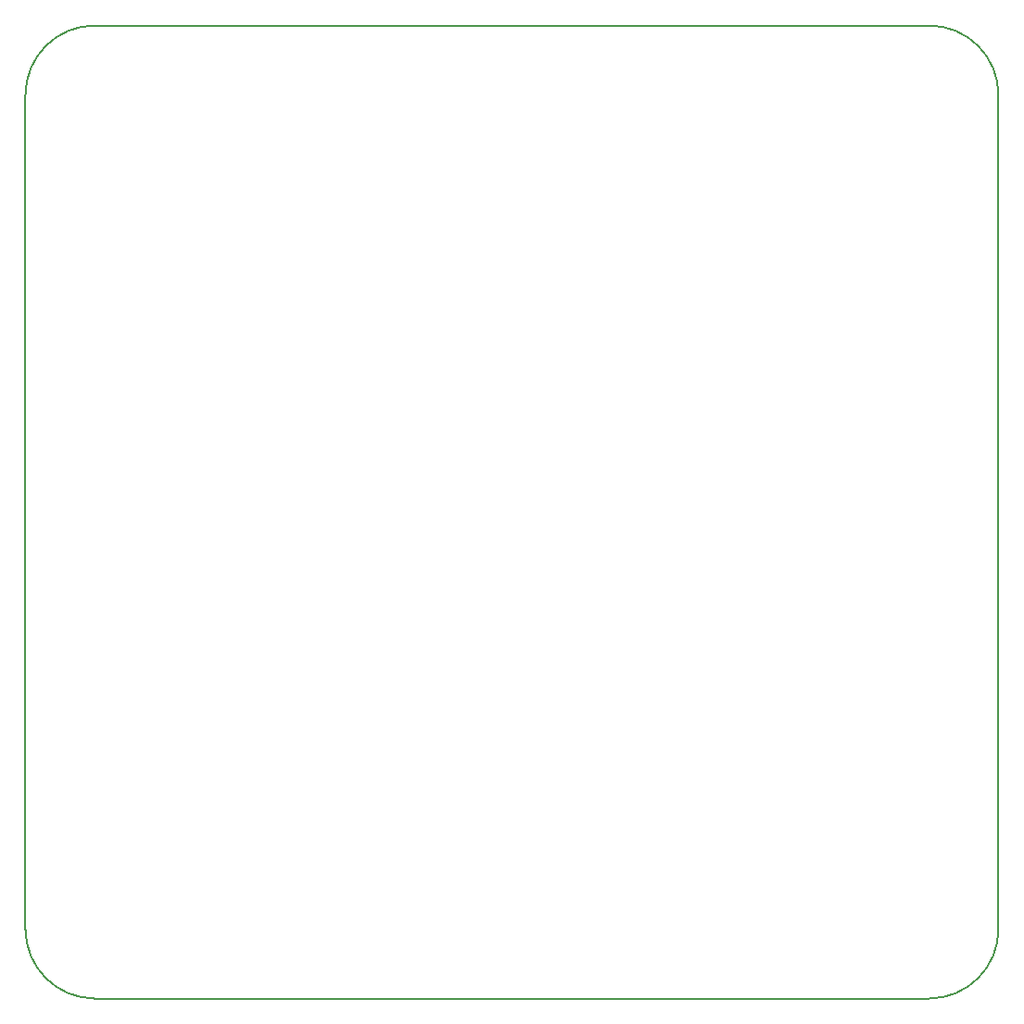
<source format=gbr>
G04 #@! TF.GenerationSoftware,KiCad,Pcbnew,5.1.5-52549c5~84~ubuntu18.04.1*
G04 #@! TF.CreationDate,2020-02-07T16:49:07-05:00*
G04 #@! TF.ProjectId,solenoidTrigger,736f6c65-6e6f-4696-9454-726967676572,rev?*
G04 #@! TF.SameCoordinates,Original*
G04 #@! TF.FileFunction,Profile,NP*
%FSLAX46Y46*%
G04 Gerber Fmt 4.6, Leading zero omitted, Abs format (unit mm)*
G04 Created by KiCad (PCBNEW 5.1.5-52549c5~84~ubuntu18.04.1) date 2020-02-07 16:49:07*
%MOMM*%
%LPD*%
G04 APERTURE LIST*
%ADD10C,0.200000*%
G04 APERTURE END LIST*
D10*
X191770000Y-132080000D02*
X191770000Y-55880000D01*
X185420001Y-49530000D02*
G75*
G02X191770001Y-55880000I0J-6350000D01*
G01*
X109220001Y-49530001D02*
X185420001Y-49530001D01*
X102870002Y-55880000D02*
G75*
G02X109220001Y-49530001I6349999J0D01*
G01*
X102870001Y-132080000D02*
X102870001Y-55880000D01*
X109220001Y-138430000D02*
G75*
G02X102870001Y-132080000I0J6350000D01*
G01*
X109220001Y-138430000D02*
X185420001Y-138430000D01*
X191770001Y-132080000D02*
G75*
G02X185420001Y-138430000I-6350000J0D01*
G01*
M02*

</source>
